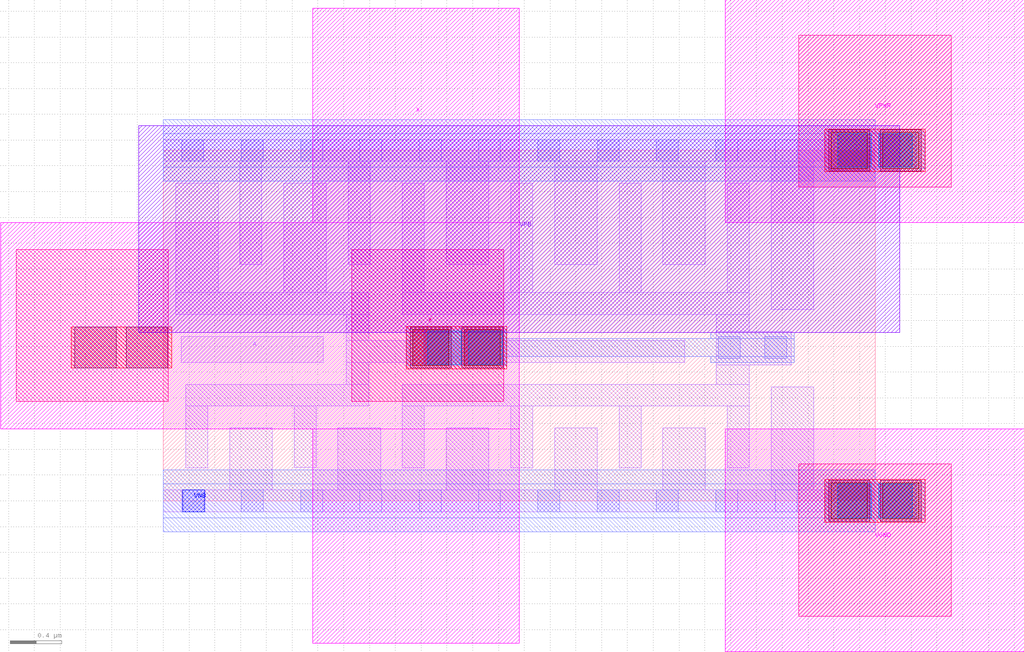
<source format=lef>
# Copyright 2020 The SkyWater PDK Authors
#
# Licensed under the Apache License, Version 2.0 (the "License");
# you may not use this file except in compliance with the License.
# You may obtain a copy of the License at
#
#     https://www.apache.org/licenses/LICENSE-2.0
#
# Unless required by applicable law or agreed to in writing, software
# distributed under the License is distributed on an "AS IS" BASIS,
# WITHOUT WARRANTIES OR CONDITIONS OF ANY KIND, either express or implied.
# See the License for the specific language governing permissions and
# limitations under the License.
#
# SPDX-License-Identifier: Apache-2.0

VERSION 5.7 ;
  NOWIREEXTENSIONATPIN ON ;
  DIVIDERCHAR "/" ;
  BUSBITCHARS "[]" ;
MACRO sky130_fd_sc_hd__probec_p_8
  CLASS CORE ;
  FOREIGN sky130_fd_sc_hd__probec_p_8 ;
  ORIGIN  0.000000  0.000000 ;
  SIZE  5.520000 BY  2.720000 ;
  SYMMETRY X Y R90 ;
  SITE unithd ;
  PIN A
    ANTENNAGATEAREA  0.742500 ;
    DIRECTION INPUT ;
    USE SIGNAL ;
    PORT
      LAYER li1 ;
        RECT 0.140000 1.075000 1.240000 1.275000 ;
    END
  END A
  PIN VNB
    PORT
      LAYER pwell ;
        RECT 0.150000 -0.085000 0.320000 0.085000 ;
    END
  END VNB
  PIN VPB
    PORT
      LAYER nwell ;
        RECT -0.190000 1.305000 5.710000 2.910000 ;
    END
  END VPB
  PIN X
    ANTENNADIFFAREA  1.782000 ;
    DIRECTION OUTPUT ;
    USE SIGNAL ;
    PORT
      LAYER met4 ;
        RECT -1.140000 0.770000 0.040000 1.950000 ;
        RECT  1.460000 0.770000 2.640000 1.950000 ;
    END
    PORT
      LAYER met5 ;
        RECT -1.260000  0.560000 2.760000 2.160000 ;
        RECT  1.160000 -1.105000 2.760000 0.560000 ;
        RECT  1.160000  2.160000 2.760000 3.825000 ;
    END
  END X
  PIN VGND
    DIRECTION INOUT ;
    SHAPE ABUTMENT ;
    USE GROUND ;
    PORT
      LAYER met5 ;
        RECT 4.360000 -1.170000 6.675000 0.560000 ;
    END
  END VGND
  PIN VPWR
    DIRECTION INOUT ;
    SHAPE ABUTMENT ;
    USE POWER ;
    PORT
      LAYER met5 ;
        RECT 4.360000 2.160000 6.675000 3.890000 ;
    END
  END VPWR
  OBS
    LAYER li1 ;
      RECT 0.000000 -0.085000 5.520000 0.085000 ;
      RECT 0.000000  2.635000 5.520000 2.805000 ;
      RECT 0.095000  1.445000 1.595000 1.615000 ;
      RECT 0.095000  1.615000 0.425000 2.465000 ;
      RECT 0.175000  0.255000 0.345000 0.735000 ;
      RECT 0.175000  0.735000 1.595000 0.905000 ;
      RECT 0.515000  0.085000 0.845000 0.565000 ;
      RECT 0.595000  1.835000 0.765000 2.635000 ;
      RECT 0.935000  1.615000 1.265000 2.465000 ;
      RECT 1.015000  0.260000 1.185000 0.735000 ;
      RECT 1.355000  0.085000 1.685000 0.565000 ;
      RECT 1.420000  0.905000 1.595000 1.075000 ;
      RECT 1.420000  1.075000 4.045000 1.245000 ;
      RECT 1.420000  1.245000 1.595000 1.445000 ;
      RECT 1.435000  1.835000 1.605000 2.635000 ;
      RECT 1.855000  0.255000 2.025000 0.735000 ;
      RECT 1.855000  0.735000 4.545000 0.905000 ;
      RECT 1.855000  1.445000 4.545000 1.615000 ;
      RECT 1.855000  1.615000 2.025000 2.465000 ;
      RECT 2.195000  0.085000 2.525000 0.565000 ;
      RECT 2.195000  1.835000 2.525000 2.635000 ;
      RECT 2.695000  0.255000 2.865000 0.735000 ;
      RECT 2.695000  1.615000 2.865000 2.465000 ;
      RECT 3.035000  0.085000 3.365000 0.565000 ;
      RECT 3.035000  1.835000 3.365000 2.635000 ;
      RECT 3.535000  0.255000 3.705000 0.735000 ;
      RECT 3.535000  1.615000 3.705000 2.465000 ;
      RECT 3.875000  0.085000 4.205000 0.565000 ;
      RECT 3.875000  1.835000 4.205000 2.635000 ;
      RECT 4.290000  0.905000 4.545000 1.055000 ;
      RECT 4.290000  1.055000 4.870000 1.315000 ;
      RECT 4.290000  1.315000 4.545000 1.445000 ;
      RECT 4.375000  0.255000 4.545000 0.735000 ;
      RECT 4.375000  1.615000 4.545000 2.465000 ;
      RECT 4.715000  0.085000 5.045000 0.885000 ;
      RECT 4.715000  1.485000 5.045000 2.635000 ;
    LAYER mcon ;
      RECT 0.145000 -0.085000 0.315000 0.085000 ;
      RECT 0.145000  2.635000 0.315000 2.805000 ;
      RECT 0.605000 -0.085000 0.775000 0.085000 ;
      RECT 0.605000  2.635000 0.775000 2.805000 ;
      RECT 1.065000 -0.085000 1.235000 0.085000 ;
      RECT 1.065000  2.635000 1.235000 2.805000 ;
      RECT 1.525000 -0.085000 1.695000 0.085000 ;
      RECT 1.525000  2.635000 1.695000 2.805000 ;
      RECT 1.985000 -0.085000 2.155000 0.085000 ;
      RECT 1.985000  2.635000 2.155000 2.805000 ;
      RECT 2.445000 -0.085000 2.615000 0.085000 ;
      RECT 2.445000  2.635000 2.615000 2.805000 ;
      RECT 2.905000 -0.085000 3.075000 0.085000 ;
      RECT 2.905000  2.635000 3.075000 2.805000 ;
      RECT 3.365000 -0.085000 3.535000 0.085000 ;
      RECT 3.365000  2.635000 3.535000 2.805000 ;
      RECT 3.825000 -0.085000 3.995000 0.085000 ;
      RECT 3.825000  2.635000 3.995000 2.805000 ;
      RECT 4.285000 -0.085000 4.455000 0.085000 ;
      RECT 4.285000  2.635000 4.455000 2.805000 ;
      RECT 4.305000  1.105000 4.475000 1.275000 ;
      RECT 4.665000  1.105000 4.835000 1.275000 ;
      RECT 4.745000 -0.085000 4.915000 0.085000 ;
      RECT 4.745000  2.635000 4.915000 2.805000 ;
      RECT 5.205000 -0.085000 5.375000 0.085000 ;
      RECT 5.205000  2.635000 5.375000 2.805000 ;
    LAYER met1 ;
      RECT 0.000000 -0.240000 5.520000 -0.130000 ;
      RECT 0.000000 -0.130000 5.840000  0.130000 ;
      RECT 0.000000  0.130000 5.520000  0.240000 ;
      RECT 0.000000  2.480000 5.520000  2.590000 ;
      RECT 0.000000  2.590000 5.840000  2.850000 ;
      RECT 0.000000  2.850000 5.520000  2.960000 ;
      RECT 2.020000  1.060000 2.660000  1.120000 ;
      RECT 2.020000  1.120000 4.895000  1.260000 ;
      RECT 2.020000  1.260000 2.660000  1.320000 ;
      RECT 4.245000  1.075000 4.895000  1.120000 ;
      RECT 4.245000  1.260000 4.895000  1.305000 ;
    LAYER met2 ;
      RECT 1.890000  1.050000 2.660000 1.330000 ;
      RECT 5.135000 -0.140000 5.905000 0.140000 ;
      RECT 5.135000  2.580000 5.905000 2.860000 ;
    LAYER met3 ;
      RECT -0.715000  1.030000 0.065000 1.350000 ;
      RECT  1.885000  1.025000 2.665000 1.355000 ;
      RECT  5.130000 -0.165000 5.910000 0.165000 ;
      RECT  5.130000  2.555000 5.910000 2.885000 ;
    LAYER met4 ;
      RECT 4.930000 -0.895000 6.110000 0.285000 ;
      RECT 4.930000  2.435000 6.110000 3.615000 ;
    LAYER via ;
      RECT 2.050000  1.060000 2.310000 1.320000 ;
      RECT 2.370000  1.060000 2.630000 1.320000 ;
      RECT 5.230000 -0.130000 5.490000 0.130000 ;
      RECT 5.230000  2.590000 5.490000 2.850000 ;
      RECT 5.550000 -0.130000 5.810000 0.130000 ;
      RECT 5.550000  2.590000 5.810000 2.850000 ;
    LAYER via2 ;
      RECT 1.935000  1.050000 2.215000 1.330000 ;
      RECT 2.335000  1.050000 2.615000 1.330000 ;
      RECT 5.180000 -0.140000 5.460000 0.140000 ;
      RECT 5.180000  2.580000 5.460000 2.860000 ;
      RECT 5.580000 -0.140000 5.860000 0.140000 ;
      RECT 5.580000  2.580000 5.860000 2.860000 ;
    LAYER via3 ;
      RECT -0.685000  1.030000 -0.365000 1.350000 ;
      RECT -0.285000  1.030000  0.035000 1.350000 ;
      RECT  1.915000  1.030000  2.235000 1.350000 ;
      RECT  2.315000  1.030000  2.635000 1.350000 ;
      RECT  5.160000 -0.160000  5.480000 0.160000 ;
      RECT  5.160000  2.560000  5.480000 2.880000 ;
      RECT  5.560000 -0.160000  5.880000 0.160000 ;
      RECT  5.560000  2.560000  5.880000 2.880000 ;
  END
END sky130_fd_sc_hd__probec_p_8
END LIBRARY

</source>
